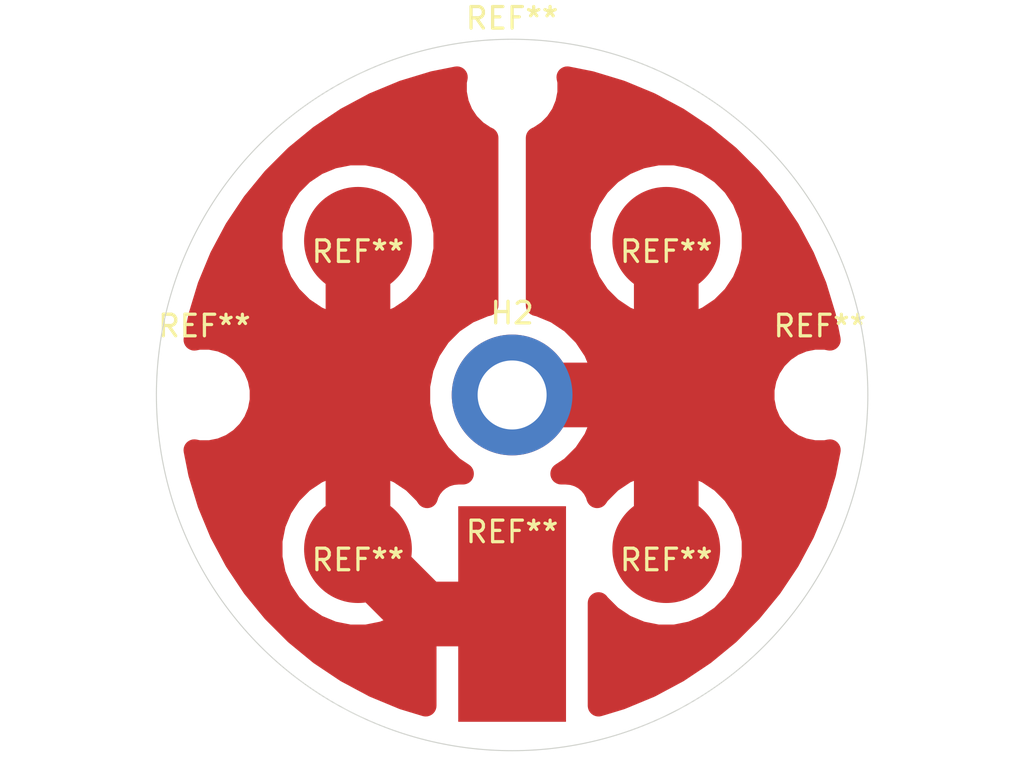
<source format=kicad_pcb>
(kicad_pcb (version 20171130) (host pcbnew 5.1.12-84ad8e8a86~92~ubuntu20.04.1)

  (general
    (thickness 1.6)
    (drawings 5)
    (tracks 8)
    (zones 0)
    (modules 9)
    (nets 3)
  )

  (page A4)
  (layers
    (0 F.Cu signal)
    (31 B.Cu signal)
    (32 B.Adhes user)
    (33 F.Adhes user)
    (34 B.Paste user)
    (35 F.Paste user)
    (36 B.SilkS user)
    (37 F.SilkS user)
    (38 B.Mask user)
    (39 F.Mask user)
    (40 Dwgs.User user)
    (41 Cmts.User user)
    (42 Eco1.User user)
    (43 Eco2.User user)
    (44 Edge.Cuts user)
    (45 Margin user)
    (46 B.CrtYd user)
    (47 F.CrtYd user)
    (48 B.Fab user)
    (49 F.Fab user)
  )

  (setup
    (last_trace_width 0.25)
    (trace_clearance 0.2)
    (zone_clearance 1)
    (zone_45_only no)
    (trace_min 0.2)
    (via_size 0.8)
    (via_drill 0.4)
    (via_min_size 0.4)
    (via_min_drill 0.3)
    (uvia_size 0.3)
    (uvia_drill 0.1)
    (uvias_allowed no)
    (uvia_min_size 0.2)
    (uvia_min_drill 0.1)
    (edge_width 0.05)
    (segment_width 0.2)
    (pcb_text_width 0.3)
    (pcb_text_size 1.5 1.5)
    (mod_edge_width 0.12)
    (mod_text_size 1 1)
    (mod_text_width 0.15)
    (pad_size 5 5)
    (pad_drill 0)
    (pad_to_mask_clearance 0)
    (aux_axis_origin 0 0)
    (visible_elements FFFFFF7F)
    (pcbplotparams
      (layerselection 0x01000_ffffffff)
      (usegerberextensions false)
      (usegerberattributes true)
      (usegerberadvancedattributes true)
      (creategerberjobfile true)
      (excludeedgelayer true)
      (linewidth 0.100000)
      (plotframeref false)
      (viasonmask false)
      (mode 1)
      (useauxorigin false)
      (hpglpennumber 1)
      (hpglpenspeed 20)
      (hpglpendiameter 15.000000)
      (psnegative false)
      (psa4output false)
      (plotreference true)
      (plotvalue true)
      (plotinvisibletext false)
      (padsonsilk false)
      (subtractmaskfromsilk false)
      (outputformat 1)
      (mirror false)
      (drillshape 0)
      (scaleselection 1)
      (outputdirectory "output_files/"))
  )

  (net 0 "")
  (net 1 GND)
  (net 2 VSS)

  (net_class Default "This is the default net class."
    (clearance 0.2)
    (trace_width 0.25)
    (via_dia 0.8)
    (via_drill 0.4)
    (uvia_dia 0.3)
    (uvia_drill 0.1)
  )

  (net_class power ""
    (clearance 0.2)
    (trace_width 3)
    (via_dia 0.8)
    (via_drill 0.4)
    (uvia_dia 0.3)
    (uvia_drill 0.1)
    (add_net GND)
    (add_net VSS)
  )

  (module Pad_5mm (layer F.Cu) (tedit 61E4B0B0) (tstamp 61E542B7)
    (at 184.95 96.05)
    (fp_text reference REF** (at 0 0.5) (layer F.SilkS)
      (effects (font (size 1 1) (thickness 0.15)))
    )
    (fp_text value Pad_5mm (at 0 -0.5) (layer F.Fab)
      (effects (font (size 1 1) (thickness 0.15)))
    )
    (pad 1 smd circle (at 0 0) (size 5 5) (layers F.Cu F.Paste F.Mask)
      (net 1 GND))
  )

  (module Pad_5mm (layer F.Cu) (tedit 61E4B0A7) (tstamp 61E542B7)
    (at 184.95 81.75)
    (fp_text reference REF** (at 0 0.5) (layer F.SilkS)
      (effects (font (size 1 1) (thickness 0.15)))
    )
    (fp_text value Pad_5mm (at 0 -0.5) (layer F.Fab)
      (effects (font (size 1 1) (thickness 0.15)))
    )
    (pad 1 smd circle (at 0 0) (size 5 5) (layers F.Cu F.Paste F.Mask)
      (net 1 GND))
  )

  (module Pad_5mm (layer F.Cu) (tedit 61E4B09C) (tstamp 61E542B7)
    (at 170.65 96.05)
    (fp_text reference REF** (at 0 0.5) (layer F.SilkS)
      (effects (font (size 1 1) (thickness 0.15)))
    )
    (fp_text value Pad_5mm (at 0 -0.5) (layer F.Fab)
      (effects (font (size 1 1) (thickness 0.15)))
    )
    (pad 1 smd circle (at 0 0) (size 5 5) (layers F.Cu F.Paste F.Mask)
      (net 2 VSS))
  )

  (module Pad_5mm (layer F.Cu) (tedit 61E4B07F) (tstamp 61E542B2)
    (at 170.65 81.75)
    (fp_text reference REF** (at 0 0.5) (layer F.SilkS)
      (effects (font (size 1 1) (thickness 0.15)))
    )
    (fp_text value Pad_5mm (at 0 -0.5) (layer F.Fab)
      (effects (font (size 1 1) (thickness 0.15)))
    )
    (pad 1 smd circle (at 0 0) (size 5 5) (layers F.Cu F.Paste F.Mask)
      (net 2 VSS))
  )

  (module MountingHole:MountingHole_2.2mm_M2 (layer F.Cu) (tedit 56D1B4CB) (tstamp 61E4FE9B)
    (at 177.8 74.6276)
    (descr "Mounting Hole 2.2mm, no annular, M2")
    (tags "mounting hole 2.2mm no annular m2")
    (attr virtual)
    (fp_text reference REF** (at 0 -3.2) (layer F.SilkS)
      (effects (font (size 1 1) (thickness 0.15)))
    )
    (fp_text value MountingHole_2.2mm_M2 (at 0 3.2) (layer F.Fab)
      (effects (font (size 1 1) (thickness 0.15)))
    )
    (fp_text user %R (at 0.3 0) (layer F.Fab)
      (effects (font (size 1 1) (thickness 0.15)))
    )
    (fp_circle (center 0 0) (end 2.2 0) (layer Cmts.User) (width 0.15))
    (fp_circle (center 0 0) (end 2.45 0) (layer F.CrtYd) (width 0.05))
    (pad 1 np_thru_hole circle (at 0 0) (size 2.2 2.2) (drill 2.2) (layers *.Cu *.Mask))
  )

  (module Connector_Wire:SolderWirePad_1x01_SMD_5x10mm (layer F.Cu) (tedit 61E49E8A) (tstamp 61E4F87B)
    (at 177.8 99.06)
    (descr "Wire Pad, Square, SMD Pad,  5mm x 10mm,")
    (tags "MesurementPoint Square SMDPad 5mmx10mm ")
    (attr smd virtual)
    (fp_text reference REF** (at 0 -3.81) (layer F.SilkS)
      (effects (font (size 1 1) (thickness 0.15)))
    )
    (fp_text value SolderWirePad_1x01_SMD_5x10mm (at 0 6.35) (layer F.Fab)
      (effects (font (size 1 1) (thickness 0.15)))
    )
    (fp_text user %R (at 0 0) (layer F.Fab)
      (effects (font (size 1 1) (thickness 0.15)))
    )
    (fp_line (start 2.75 -5.25) (end -2.75 -5.25) (layer F.CrtYd) (width 0.05))
    (fp_line (start 2.75 5.25) (end 2.75 -5.25) (layer F.CrtYd) (width 0.05))
    (fp_line (start -2.75 5.25) (end 2.75 5.25) (layer F.CrtYd) (width 0.05))
    (fp_line (start -2.75 -5.25) (end -2.75 5.25) (layer F.CrtYd) (width 0.05))
    (pad 1 smd rect (at 0 0) (size 5 10) (layers F.Cu F.Paste F.Mask)
      (net 2 VSS))
  )

  (module MountingHole:MountingHole_2.2mm_M2 (layer F.Cu) (tedit 56D1B4CB) (tstamp 61E39D0C)
    (at 192.0724 88.9)
    (descr "Mounting Hole 2.2mm, no annular, M2")
    (tags "mounting hole 2.2mm no annular m2")
    (attr virtual)
    (fp_text reference REF** (at 0 -3.2) (layer F.SilkS)
      (effects (font (size 1 1) (thickness 0.15)))
    )
    (fp_text value MountingHole_2.2mm_M2 (at 0 3.2) (layer F.Fab)
      (effects (font (size 1 1) (thickness 0.15)))
    )
    (fp_circle (center 0 0) (end 2.45 0) (layer F.CrtYd) (width 0.05))
    (fp_circle (center 0 0) (end 2.2 0) (layer Cmts.User) (width 0.15))
    (fp_text user %R (at 2.8424 0) (layer F.Fab)
      (effects (font (size 1 1) (thickness 0.15)))
    )
    (pad 1 np_thru_hole circle (at 0 0) (size 2.2 2.2) (drill 2.2) (layers *.Cu *.Mask))
  )

  (module MountingHole:MountingHole_2.2mm_M2 (layer F.Cu) (tedit 56D1B4CB) (tstamp 61E39CEF)
    (at 163.5276 88.9)
    (descr "Mounting Hole 2.2mm, no annular, M2")
    (tags "mounting hole 2.2mm no annular m2")
    (attr virtual)
    (fp_text reference REF** (at 0 -3.2) (layer F.SilkS)
      (effects (font (size 1 1) (thickness 0.15)))
    )
    (fp_text value MountingHole_2.2mm_M2 (at 0 3.2) (layer F.Fab)
      (effects (font (size 1 1) (thickness 0.15)))
    )
    (fp_circle (center 0 0) (end 2.45 0) (layer F.CrtYd) (width 0.05))
    (fp_circle (center 0 0) (end 2.2 0) (layer Cmts.User) (width 0.15))
    (fp_text user %R (at 0.3 0) (layer F.Fab)
      (effects (font (size 1 1) (thickness 0.15)))
    )
    (pad 1 np_thru_hole circle (at 0 0) (size 2.2 2.2) (drill 2.2) (layers *.Cu *.Mask))
  )

  (module MountingHole:MountingHole_3.2mm_M3_DIN965_Pad_TopBottom (layer F.Cu) (tedit 56D1B4CB) (tstamp 61E39B6B)
    (at 177.8 88.9)
    (descr "Mounting Hole 3.2mm, M3, DIN965")
    (tags "mounting hole 3.2mm m3 din965")
    (path /61E358B3)
    (attr virtual)
    (fp_text reference H2 (at 0 -3.8) (layer F.SilkS)
      (effects (font (size 1 1) (thickness 0.15)))
    )
    (fp_text value MountingHole_Pad (at 0 3.8) (layer F.Fab)
      (effects (font (size 1 1) (thickness 0.15)))
    )
    (fp_circle (center 0 0) (end 3.05 0) (layer F.CrtYd) (width 0.05))
    (fp_circle (center 0 0) (end 2.8 0) (layer Cmts.User) (width 0.15))
    (fp_text user %R (at 0.3 0) (layer F.Fab)
      (effects (font (size 1 1) (thickness 0.15)))
    )
    (pad 1 connect circle (at 0 0) (size 5.6 5.6) (layers B.Cu B.Mask)
      (net 1 GND))
    (pad 1 connect circle (at 0 0) (size 5.6 5.6) (layers F.Cu F.Mask)
      (net 1 GND))
    (pad 1 thru_hole circle (at 0 0) (size 3.6 3.6) (drill 3.2) (layers *.Cu *.Mask)
      (net 1 GND))
  )

  (gr_circle (center 170.65 96.05) (end 175.65 96.05) (layer Dwgs.User) (width 0.15))
  (gr_circle (center 170.65 81.75) (end 175.65 81.75) (layer Dwgs.User) (width 0.15))
  (gr_circle (center 184.95 81.75) (end 189.95 81.75) (layer Dwgs.User) (width 0.15))
  (gr_circle (center 184.95 96.05) (end 189.95 96.05) (layer Dwgs.User) (width 0.15))
  (gr_circle (center 177.8 88.9) (end 194.3 88.9) (layer Edge.Cuts) (width 0.05))

  (segment (start 184.48 88.9) (end 184.95 88.43) (width 3) (layer F.Cu) (net 1))
  (segment (start 177.8 88.9) (end 184.48 88.9) (width 3) (layer F.Cu) (net 1))
  (segment (start 184.95 88.43) (end 184.95 96.05) (width 3) (layer F.Cu) (net 1))
  (segment (start 184.95 81.75) (end 184.95 88.43) (width 3) (layer F.Cu) (net 1))
  (segment (start 170.65 81.75) (end 170.65 88.43) (width 3) (layer F.Cu) (net 2))
  (segment (start 170.65 88.43) (end 170.65 96.05) (width 3) (layer F.Cu) (net 2))
  (segment (start 173.66 99.06) (end 170.65 96.05) (width 3) (layer F.Cu) (net 2))
  (segment (start 177.8 99.06) (end 173.66 99.06) (width 3) (layer F.Cu) (net 2))

  (zone (net 1) (net_name GND) (layer F.Cu) (tstamp 61E4FF05) (hatch edge 0.508)
    (priority 1)
    (connect_pads no (clearance 1))
    (min_thickness 1)
    (fill yes (arc_segments 32) (thermal_gap 1) (thermal_bridge_width 3))
    (polygon
      (pts
        (xy 195.58 106.68) (xy 178.435 106.68) (xy 178.435 71.12) (xy 195.58 71.12)
      )
    )
    (filled_polygon
      (pts
        (xy 181.438628 74.373782) (xy 182.844926 74.800378) (xy 184.202638 75.36276) (xy 185.498689 76.055514) (xy 186.720597 76.871967)
        (xy 187.856595 77.804257) (xy 188.895743 78.843405) (xy 189.828033 79.979403) (xy 190.644486 81.201311) (xy 191.33724 82.497362)
        (xy 191.899622 83.855074) (xy 192.326218 85.261372) (xy 192.541232 86.34232) (xy 192.328478 86.3) (xy 191.816322 86.3)
        (xy 191.314008 86.399917) (xy 190.840838 86.59591) (xy 190.414997 86.880448) (xy 190.052848 87.242597) (xy 189.76831 87.668438)
        (xy 189.572317 88.141608) (xy 189.4724 88.643922) (xy 189.4724 89.156078) (xy 189.572317 89.658392) (xy 189.76831 90.131562)
        (xy 190.052848 90.557403) (xy 190.414997 90.919552) (xy 190.840838 91.20409) (xy 191.314008 91.400083) (xy 191.816322 91.5)
        (xy 192.328478 91.5) (xy 192.541232 91.45768) (xy 192.326218 92.538628) (xy 191.899622 93.944926) (xy 191.33724 95.302638)
        (xy 190.644486 96.598689) (xy 189.828033 97.820597) (xy 188.895743 98.956595) (xy 187.856595 99.995743) (xy 186.720597 100.928033)
        (xy 185.498689 101.744486) (xy 184.202638 102.43724) (xy 182.844926 102.999622) (xy 181.807257 103.314396) (xy 181.807257 98.546362)
        (xy 181.842997 98.599851) (xy 182.400149 99.157003) (xy 183.05529 99.594754) (xy 183.783243 99.896282) (xy 184.556034 100.05)
        (xy 185.343966 100.05) (xy 186.116757 99.896282) (xy 186.84471 99.594754) (xy 187.499851 99.157003) (xy 188.057003 98.599851)
        (xy 188.494754 97.94471) (xy 188.796282 97.216757) (xy 188.95 96.443966) (xy 188.95 95.656034) (xy 188.796282 94.883243)
        (xy 188.494754 94.15529) (xy 188.057003 93.500149) (xy 187.499851 92.942997) (xy 186.84471 92.505246) (xy 186.116757 92.203718)
        (xy 185.343966 92.05) (xy 184.556034 92.05) (xy 183.783243 92.203718) (xy 183.05529 92.505246) (xy 182.400149 92.942997)
        (xy 181.842997 93.500149) (xy 181.743044 93.64974) (xy 181.692524 93.483198) (xy 181.553238 93.222613) (xy 181.365792 92.994208)
        (xy 181.137387 92.806762) (xy 180.876802 92.667476) (xy 180.594051 92.581705) (xy 180.3 92.552743) (xy 180.07308 92.552743)
        (xy 180.54109 92.240028) (xy 181.140028 91.64109) (xy 181.610611 90.936814) (xy 181.934754 90.154264) (xy 182.1 89.323513)
        (xy 182.1 88.476487) (xy 181.934754 87.645736) (xy 181.610611 86.863186) (xy 181.140028 86.15891) (xy 180.54109 85.559972)
        (xy 179.836814 85.089389) (xy 179.054264 84.765246) (xy 178.935 84.741523) (xy 178.935 81.356034) (xy 180.95 81.356034)
        (xy 180.95 82.143966) (xy 181.103718 82.916757) (xy 181.405246 83.64471) (xy 181.842997 84.299851) (xy 182.400149 84.857003)
        (xy 183.05529 85.294754) (xy 183.783243 85.596282) (xy 184.556034 85.75) (xy 185.343966 85.75) (xy 186.116757 85.596282)
        (xy 186.84471 85.294754) (xy 187.499851 84.857003) (xy 188.057003 84.299851) (xy 188.494754 83.64471) (xy 188.796282 82.916757)
        (xy 188.95 82.143966) (xy 188.95 81.356034) (xy 188.796282 80.583243) (xy 188.494754 79.85529) (xy 188.057003 79.200149)
        (xy 187.499851 78.642997) (xy 186.84471 78.205246) (xy 186.116757 77.903718) (xy 185.343966 77.75) (xy 184.556034 77.75)
        (xy 183.783243 77.903718) (xy 183.05529 78.205246) (xy 182.400149 78.642997) (xy 181.842997 79.200149) (xy 181.405246 79.85529)
        (xy 181.103718 80.583243) (xy 180.95 81.356034) (xy 178.935 81.356034) (xy 178.935 76.971687) (xy 179.031562 76.93169)
        (xy 179.457403 76.647152) (xy 179.819552 76.285003) (xy 180.10409 75.859162) (xy 180.300083 75.385992) (xy 180.4 74.883678)
        (xy 180.4 74.371522) (xy 180.35768 74.158768)
      )
    )
  )
  (zone (net 2) (net_name VSS) (layer F.Cu) (tstamp 61E4FF02) (hatch edge 0.508)
    (priority 1)
    (connect_pads no (clearance 1))
    (min_thickness 1)
    (fill yes (arc_segments 32) (thermal_gap 1) (thermal_bridge_width 3))
    (polygon
      (pts
        (xy 177.165 106.68) (xy 160.02 106.68) (xy 160.02 71.12) (xy 177.165 71.12)
      )
    )
    (filled_polygon
      (pts
        (xy 175.2 74.371522) (xy 175.2 74.883678) (xy 175.299917 75.385992) (xy 175.49591 75.859162) (xy 175.780448 76.285003)
        (xy 176.142597 76.647152) (xy 176.568438 76.93169) (xy 176.665 76.971687) (xy 176.665 84.741523) (xy 176.545736 84.765246)
        (xy 175.763186 85.089389) (xy 175.05891 85.559972) (xy 174.459972 86.15891) (xy 173.989389 86.863186) (xy 173.665246 87.645736)
        (xy 173.5 88.476487) (xy 173.5 89.323513) (xy 173.665246 90.154264) (xy 173.989389 90.936814) (xy 174.459972 91.64109)
        (xy 175.05891 92.240028) (xy 175.52692 92.552743) (xy 175.3 92.552743) (xy 175.005949 92.581705) (xy 174.723198 92.667476)
        (xy 174.462613 92.806762) (xy 174.234208 92.994208) (xy 174.046762 93.222613) (xy 173.907476 93.483198) (xy 173.856956 93.64974)
        (xy 173.757003 93.500149) (xy 173.199851 92.942997) (xy 172.54471 92.505246) (xy 171.816757 92.203718) (xy 171.043966 92.05)
        (xy 170.256034 92.05) (xy 169.483243 92.203718) (xy 168.75529 92.505246) (xy 168.100149 92.942997) (xy 167.542997 93.500149)
        (xy 167.105246 94.15529) (xy 166.803718 94.883243) (xy 166.65 95.656034) (xy 166.65 96.443966) (xy 166.803718 97.216757)
        (xy 167.105246 97.94471) (xy 167.542997 98.599851) (xy 168.100149 99.157003) (xy 168.75529 99.594754) (xy 169.483243 99.896282)
        (xy 170.256034 100.05) (xy 171.043966 100.05) (xy 171.816757 99.896282) (xy 172.54471 99.594754) (xy 173.199851 99.157003)
        (xy 173.757003 98.599851) (xy 173.792743 98.546362) (xy 173.792743 103.314396) (xy 172.755074 102.999622) (xy 171.397362 102.43724)
        (xy 170.101311 101.744486) (xy 168.879403 100.928033) (xy 167.743405 99.995743) (xy 166.704257 98.956595) (xy 165.771967 97.820597)
        (xy 164.955514 96.598689) (xy 164.26276 95.302638) (xy 163.700378 93.944926) (xy 163.273782 92.538628) (xy 163.058768 91.45768)
        (xy 163.271522 91.5) (xy 163.783678 91.5) (xy 164.285992 91.400083) (xy 164.759162 91.20409) (xy 165.185003 90.919552)
        (xy 165.547152 90.557403) (xy 165.83169 90.131562) (xy 166.027683 89.658392) (xy 166.1276 89.156078) (xy 166.1276 88.643922)
        (xy 166.027683 88.141608) (xy 165.83169 87.668438) (xy 165.547152 87.242597) (xy 165.185003 86.880448) (xy 164.759162 86.59591)
        (xy 164.285992 86.399917) (xy 163.783678 86.3) (xy 163.271522 86.3) (xy 163.058768 86.34232) (xy 163.273782 85.261372)
        (xy 163.700378 83.855074) (xy 164.26276 82.497362) (xy 164.872812 81.356034) (xy 166.65 81.356034) (xy 166.65 82.143966)
        (xy 166.803718 82.916757) (xy 167.105246 83.64471) (xy 167.542997 84.299851) (xy 168.100149 84.857003) (xy 168.75529 85.294754)
        (xy 169.483243 85.596282) (xy 170.256034 85.75) (xy 171.043966 85.75) (xy 171.816757 85.596282) (xy 172.54471 85.294754)
        (xy 173.199851 84.857003) (xy 173.757003 84.299851) (xy 174.194754 83.64471) (xy 174.496282 82.916757) (xy 174.65 82.143966)
        (xy 174.65 81.356034) (xy 174.496282 80.583243) (xy 174.194754 79.85529) (xy 173.757003 79.200149) (xy 173.199851 78.642997)
        (xy 172.54471 78.205246) (xy 171.816757 77.903718) (xy 171.043966 77.75) (xy 170.256034 77.75) (xy 169.483243 77.903718)
        (xy 168.75529 78.205246) (xy 168.100149 78.642997) (xy 167.542997 79.200149) (xy 167.105246 79.85529) (xy 166.803718 80.583243)
        (xy 166.65 81.356034) (xy 164.872812 81.356034) (xy 164.955514 81.201311) (xy 165.771967 79.979403) (xy 166.704257 78.843405)
        (xy 167.743405 77.804257) (xy 168.879403 76.871967) (xy 170.101311 76.055514) (xy 171.397362 75.36276) (xy 172.755074 74.800378)
        (xy 174.161372 74.373782) (xy 175.24232 74.158768)
      )
    )
  )
)

</source>
